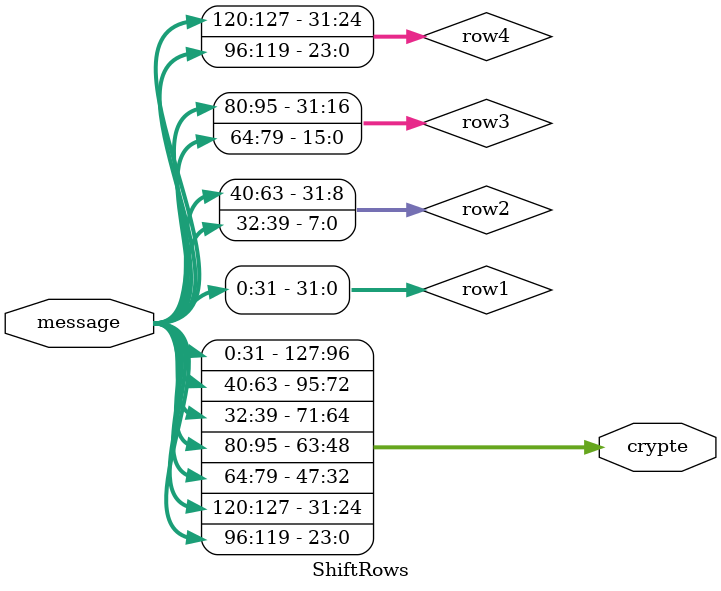
<source format=sv>

module ShiftRows (
  input logic[0:127]    message,
  output logic[0:127]    crypte
);


// == Main Code ================================================================

logic [31:0] row1, row2, row3, row4;

assign row1 = {message[0:0+7],message[0+8:0+15],message[0+16:0+23],message[0+24:0+31]};
assign row2 = {message[32+8:32+15],message[32+16:32+23],message[32+24:32+31],message[32:32+7]}; //1 shift left
assign row3 = {message[64+16:64+23],message[64+24:64+31],message[64:64+7],message[64+8:64+15]}; //2 shift left
assign row4 = {message[96+24:96+31],message[96:96+7],message[96+8:96+15],message[96+16:96+23]}; //3 shift left

assign crypte = {row1,row2,row3,row4};

endmodule



</source>
